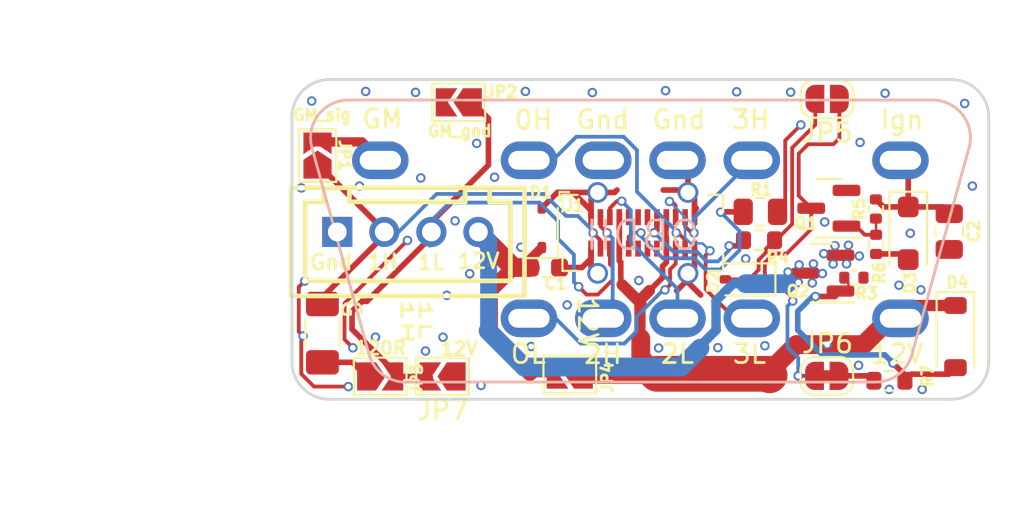
<source format=kicad_pcb>
(kicad_pcb (version 20240108) (generator "pcbnew") (generator_version "8.0")
  (layers (0 "F.Cu" signal) (31 "B.Cu" signal) (34 "B.Paste" user) (35 "F.Paste" user) (36 "B.SilkS" user "B.Silkscreen") (37 "F.SilkS" user "F.Silkscreen") (38 "B.Mask" user) (39 "F.Mask" user) (44 "Edge.Cuts" user))
  (net 0 "")
  (net 1 "GND")
  (net 2 "CAN0_H")
  (net 3 "CAN0_L")
  (net 4 "Net-(Q1-B)")
  (net 5 "IGN_12V")
  (net 6 "SBU1")
  (net 7 "SBU2")
  (net 8 "IGN")
  (net 12 "CAN1_L")
  (net 13 "CAN1_H")
  (net 14 "CAN2_H")
  (net 15 "CAN2_L")
  (net 19 "CAN3_L")
  (net 20 "CAN3_H")
  (net 21 "Net-(D2-K)")
  (net 22 "Net-(D2-A)")
  (net 23 "+12V")
  (net 24 "Net-(JP1-B)")
  (net 25 "Net-(JP3-A)")
  (net 26 "Net-(JP6-B)")
  (net 27 "Net-(D4-A)")
  (net 28 "Net-(JP7-A)")
  (footprint "Diode_SMD:D_SOD-123" (layer "F.Cu") (at 156.83 104.44 -90)
    (property "Reference" "D4")
    (property "Value" "11V")
  )
  (footprint "part:USB_C_Receptacle_GCT_USB4115-03-C" (layer "F.Cu") (at 140.21 98.93)
    (property "Reference" "J1")
    (property "Value" "USB Type-C")
  )
  (footprint "Resistor_SMD:R_1206_3216Metric_Pad1.30x1.75mm_HandSolder" (layer "F.Cu") (at 123.18 104.26 -90)
    (property "Reference" "R2" (hide yes))
    (property "Value" "120R" (hide yes))
  )
  (footprint "Capacitor_SMD:C_0603_1608Metric" (layer "F.Cu") (at 135.01 100.77)
    (property "Reference" "C1")
    (property "Value" "100n")
  )
  (footprint "Jumper:SolderJumper-2_P1.3mm_Open_TrianglePad1.0x1.5mm" (layer "F.Cu") (at 136.33 106.46 180)
    (property "Reference" "JP4")
    (property "Value" "12V")
  )
  (footprint "Jumper:SolderJumper-2_P1.3mm_Open_TrianglePad1.0x1.5mm" (layer "F.Cu") (at 129.57 106.56 180)
    (property "Reference" "JP7")
    (property "Value" "1L")
  )
  (footprint "Resistor_SMD:R_0402_1005Metric" (layer "F.Cu") (at 152.61 99.54 90)
    (property "Reference" "R6")
    (property "Value" "10K")
  )
  (footprint "Resistor_SMD:R_0603_1608Metric" (layer "F.Cu") (at 153.32 106.79)
    (property "Reference" "R7")
    (property "Value" "150")
  )
  (footprint "Resistor_SMD:R_0402_1005Metric" (layer "F.Cu") (at 151.43 101.31 180)
    (property "Reference" "R3")
    (property "Value" "10K")
  )
  (footprint "Jumper:SolderJumper-2_P1.3mm_Bridged_RoundedPad1.0x1.5mm" (layer "F.Cu") (at 149.99 106.53)
    (property "Reference" "JP6")
    (property "Value" "12V disconnect")
  )
  (footprint "Diode_SMD:D_SOD-323" (layer "F.Cu") (at 134.84 98.66 90)
    (property "Reference" "D1")
    (property "Value" "D_Schottky")
  )
  (footprint "Diode_SMD:D_SOD-323" (layer "F.Cu") (at 145.65 101.4 180)
    (property "Reference" "D2")
    (property "Value" "D_Schottky")
  )
  (footprint "Jumper:SolderJumper-2_P1.3mm_Open_RoundedPad1.0x1.5mm" (layer "F.Cu") (at 150.01 91.81 180)
    (property "Reference" "JP5")
    (property "Value" "D2_bypass")
  )
  (footprint "Resistor_SMD:R_0402_1005Metric" (layer "F.Cu") (at 152.6 97.66 90)
    (property "Reference" "R5")
    (property "Value" "10K")
  )
  (footprint "Capacitor_SMD:C_0805_2012Metric" (layer "F.Cu") (at 156.5 98.86 -90)
    (property "Reference" "C2")
    (property "Value" "470n")
  )
  (footprint "Jumper:SolderJumper-2_P1.3mm_Open_TrianglePad1.0x1.5mm" (layer "F.Cu") (at 126.25 106.56)
    (property "Reference" "JP3")
    (property "Value" "120R")
  )
  (footprint "Jumper:SolderJumper-2_P1.3mm_Open_TrianglePad1.0x1.5mm" (layer "F.Cu") (at 122.92 94.82 90)
    (property "Reference" "JP1")
    (property "Value" "GM_sig")
  )
  (footprint "Resistor_SMD:R_0805_2012Metric" (layer "F.Cu") (at 146.46 97.81 180)
    (property "Reference" "R1")
    (property "Value" "200R")
  )
  (footprint "Jumper:SolderJumper-2_P1.3mm_Open_TrianglePad1.0x1.5mm" (layer "F.Cu") (at 130.43 91.99 180)
    (property "Reference" "JP2")
    (property "Value" "GM_gnd")
  )
  (footprint "Resistor_SMD:R_0603_1608Metric" (layer "F.Cu") (at 146.39 99.32 180)
    (property "Reference" "R4")
    (property "Value" "1K")
  )
  (footprint "CONN-TH_B4B-XH-A-BK-LF-SN" (layer "F.Cu") (at 127.72 98.88)
    (property "Reference" "J2" (hide yes))
    (property "Value" "Conn_01x04_Socket")
  )
  (footprint "Package_TO_SOT_SMD:SOT-23" (layer "F.Cu") (at 150.1 97.62 180)
    (property "Reference" "Q1")
    (property "Value" "MMBT5551L")
  )
  (footprint "Diode_SMD:D_SOD-123F" (layer "F.Cu") (at 154.32 98.95 -90)
    (property "Reference" "D3")
    (property "Value" "SMBJ30CA")
  )
  (footprint "Package_TO_SOT_SMD:SOT-23" (layer "F.Cu") (at 149.78 101.07 180)
    (property "Reference" "Q2")
    (property "Value" "AO3401A")
  )
  (footprint "obd2c:OBDII" (layer "B.Cu") (at 140.0879 98.87)
    (property "Reference" "M1" (hide yes))
    (property "Value" "OBDII")
  )
  (gr_arc (start 158.6 105.775) (mid 158.014214 107.189214) (end 156.6 107.775) (stroke (width 0.15)) (layer "Edge.Cuts"))
  (gr_arc (start 156.6 90.775) (mid 158.014214 91.360786) (end 158.6 92.775) (stroke (width 0.15)) (layer "Edge.Cuts"))
  (gr_line (start 156.6 107.775) (end 123.56 107.775) (stroke (width 0.15)) (layer "Edge.Cuts"))
  (gr_arc (start 121.56 92.775) (mid 122.145786 91.360786) (end 123.56 90.775) (stroke (width 0.15)) (layer "Edge.Cuts"))
  (gr_line (start 121.56 105.775) (end 121.56 92.775) (stroke (width 0.15)) (layer "Edge.Cuts"))
  (gr_line (start 158.6 92.775) (end 158.6 105.775) (stroke (width 0.15)) (layer "Edge.Cuts"))
  (gr_arc (start 123.56 107.775) (mid 122.145786 107.189214) (end 121.56 105.775) (stroke (width 0.15)) (layer "Edge.Cuts"))
  (gr_line (start 123.56 90.775) (end 156.6 90.775) (stroke (width 0.15)) (layer "Edge.Cuts"))
  (gr_text "3L" (at 144.9 105.95 0) (layer "F.SilkS") (effects (font (size 1 1)) (justify left bottom)))
  (gr_text "1H" (at 127.32 102.35 270) (layer "F.SilkS") (effects (font (size 0.6 1.2)) (justify left bottom)))
  (gr_text "2H" (at 136.99 105.96 0) (layer "F.SilkS") (effects (font (size 1 1)) (justify left bottom)))
  (gr_text "12V" (at 130.28 100.89 0) (layer "F.SilkS") (effects (font (size 0.8 0.8)) (justify left bottom)))
  (gr_text "12V" (at 152.26 105.95 0) (layer "F.SilkS") (effects (font (size 1 1)) (justify left bottom)))
  (gr_text "12V" (at 130.45 105.09 0) (layer "F.SilkS") (effects (font (size 0.7 0.7))))
  (gr_text "Ign" (at 152.74 93.5 0) (layer "F.SilkS") (effects (font (size 1 1)) (justify left bottom)))
  (gr_text "GM" (at 125.2 93.45 0) (layer "F.SilkS") (effects (font (size 1 1)) (justify left bottom)))
  (gr_text "Gnd" (at 122.43 100.96 0) (layer "F.SilkS") (effects (font (size 0.8 0.8)) (justify left bottom)))
  (gr_text "G" (at 124.12 102.35 270) (layer "F.SilkS") (effects (font (size 1 1)) (justify left bottom)))
  (gr_text "1L" (at 128.29 102.38 270) (layer "F.SilkS") (effects (font (size 0.6 1.2)) (justify left bottom)))
  (gr_text "3H" (at 144.85 93.5 0) (layer "F.SilkS") (effects (font (size 1 1)) (justify left bottom)))
  (gr_text "2L" (at 141.07 105.95 0) (layer "F.SilkS") (effects (font (size 1 1)) (justify left bottom)))
  (gr_text "1L" (at 128.15 100.96 0) (layer "F.SilkS") (effects (font (size 0.8 0.8)) (justify left bottom)))
  (gr_text "OL" (at 133.1 105.95 0) (layer "F.SilkS") (effects (font (size 1 1)) (justify left bottom)))
  (gr_text "Gnd" (at 140.63 93.5 0) (layer "F.SilkS") (effects (font (size 1 1)) (justify left bottom)))
  (gr_text "Gnd" (at 136.58 93.5 0) (layer "F.SilkS") (effects (font (size 1 1)) (justify left bottom)))
  (gr_text "1H" (at 125.49 100.95 0) (layer "F.SilkS") (effects (font (size 0.8 0.8)) (justify left bottom)))
  (gr_text "0H" (at 133.3 93.51 0) (layer "F.SilkS") (effects (font (size 1 1)) (justify left bottom)))
  (segment (start 121.925 104.185) (end 122.15 104.41) (width 0.2) (layer "F.Cu") (net 1))
  (segment (start 142.48 96.65) (end 141.3 96.65) (width 0.3) (layer "F.Cu") (net 1))
  (segment (start 136.98 100.77) (end 135.785 100.77) (width 0.3) (layer "F.Cu") (net 1))
  (segment (start 137.46 98.095) (end 137.46 97.74) (width 0.3) (layer "F.Cu") (net 1))
  (segment (start 142.61 96.78) (end 142.61 95.62396) (width 0.3) (layer "F.Cu") (net 1))
  (segment (start 137.46 100.73) (end 137.46 99.765) (width 0.3) (layer "F.Cu") (net 1))
  (segment (start 121.925 101.805) (end 121.925 104.185) (width 0.2) (layer "F.Cu") (net 1))
  (segment (start 147.78 94.02) (end 147.78 97.4025) (width 0.2) (layer "F.Cu") (net 1))
  (segment (start 122.730966 107.1) (end 124.56 107.1) (width 0.2) (layer "F.Cu") (net 1))
  (segment (start 154.02 100.05) (end 154.32 100.35) (width 0.3) (layer "F.Cu") (net 1))
  (segment (start 142.96 97.13) (end 142.61 96.78) (width 0.3) (layer "F.Cu") (net 1))
  (segment (start 137.81 96.78) (end 137.46 97.13) (width 0.3) (layer "F.Cu") (net 1))
  (segment (start 122.055 104.505) (end 122.055 106.424034) (width 0.2) (layer "F.Cu") (net 1))
  (segment (start 122.15 104.41) (end 122.055 104.505) (width 0.2) (layer "F.Cu") (net 1))
  (segment (start 142.96 100.73) (end 142.96 99.765) (width 0.3) (layer "F.Cu") (net 1))
  (segment (start 142.61 101.41) (end 142.61 101.08) (width 0.3) (layer "F.Cu") (net 1))
  (segment (start 142.61 101.08) (end 142.61 101.555685) (width 0.3) (layer "F.Cu") (net 1))
  (segment (start 142.61 95.62396) (end 142.05626 95.07022) (width 0.3) (layer "F.Cu") (net 1))
  (segment (start 142.96 97.72) (end 143.055 97.625) (width 0.3) (layer "F.Cu") (net 1))
  (segment (start 152.61 100.05) (end 154.02 100.05) (width 0.3) (layer "F.Cu") (net 1))
  (segment (start 135.67 96.78) (end 134.84 97.61) (width 0.3) (layer "F.Cu") (net 1))
  (segment (start 142.96 98.095) (end 142.96 97.72) (width 0.3) (layer "F.Cu") (net 1))
  (segment (start 137.46 97.74) (end 136.5 96.78) (width 0.3) (layer "F.Cu") (net 1))
  (segment (start 124.356 102.674) (end 127.7 99.33) (width 0.2) (layer "F.Cu") (net 1))
  (segment (start 142.61 101.41) (end 142.01 102.01) (width 0.3) (layer "F.Cu") (net 1))
  (segment (start 142.61 101.555685) (end 143.287158 102.232843) (width 0.3) (layer "F.Cu") (net 1))
  (segment (start 137.81 96.78) (end 138.71 96.78) (width 0.3) (layer "F.Cu") (net 1))
  (segment (start 138.71 96.78) (end 138.84 96.65) (width 0.3) (layer "F.Cu") (net 1))
  (segment (start 148.61 93.19) (end 147.78 94.02) (width 0.2) (layer "F.Cu") (net 1))
  (segment (start 122.24 101.49) (end 121.925 101.805) (width 0.2) (layer "F.Cu") (net 1))
  (segment (start 137.46 100.29) (end 136.98 100.77) (width 0.3) (layer "F.Cu") (net 1))
  (segment (start 124.356 104.596) (end 124.356 102.674) (width 0.2) (layer "F.Cu") (net 1))
  (segment (start 122.055 106.424034) (end 122.730966 107.1) (width 0.2) (layer "F.Cu") (net 1))
  (segment (start 142.96 98.095) (end 142.96 97.13) (width 0.3) (layer "F.Cu") (net 1))
  (segment (start 142.61 101.08) (end 142.96 100.73) (width 0.3) (layer "F.Cu") (net 1))
  (segment (start 147.78 97.4025) (end 147.3725 97.81) (width 0.2) (layer "F.Cu") (net 1))
  (segment (start 137.81 101.08) (end 137.46 100.73) (width 0.3) (layer "F.Cu") (net 1))
  (segment (start 124.8 105.04) (end 124.356 104.596) (width 0.2) (layer "F.Cu") (net 1))
  (segment (start 137.46 99.765) (end 137.46 100.29) (width 0.3) (layer "F.Cu") (net 1))
  (segment (start 136.5 96.78) (end 135.67 96.78) (width 0.3) (layer "F.Cu") (net 1))
  (segment (start 137.81 96.78) (end 136.5 96.78) (width 0.3) (layer "F.Cu") (net 1))
  (segment (start 137.46 97.13) (end 137.46 98.095) (width 0.3) (layer "F.Cu") (net 1))
  (via (at 148.07 91.45) (size 0.5) (drill 0.3) (layers "F.Cu" "B.Cu") (net 1))
  (via (at 122.24 101.49) (size 0.5) (drill 0.3) (layers "F.Cu" "B.Cu") (net 1))
  (via (at 148.61 93.19) (size 0.5) (drill 0.3) (layers "F.Cu" "B.Cu") (net 1))
  (via (at 153.31 107.25) (size 0.5) (drill 0.3) (layers "F.Cu" "B.Cu") (net 1))
  (via (at 144.2 105.03) (size 0.5) (drill 0.3) (layers "F.Cu" "B.Cu") (net 1))
  (via (at 157.32 92.05) (size 0.5) (drill 0.3) (layers "F.Cu" "B.Cu") (net 1))
  (via (at 129.589725 104.473802) (size 0.5) (drill 0.3) (layers "F.Cu" "B.Cu") (net 1))
  (via (at 145.2 91.43) (size 0.5) (drill 0.3) (layers "F.Cu" "B.Cu") (net 1))
  (via (at 154.99 101.96) (size 0.5) (drill 0.3) (layers "F.Cu" "B.Cu") (net 1))
  (via (at 124.56 107.1) (size 0.5) (drill 0.3) (layers "F.Cu" "B.Cu") (net 1))
  (via (at 136.19 102.76) (size 0.5) (drill 0.3) (layers "F.Cu" "B.Cu") (net 1))
  (via (at 131.01 101.1) (size 0.5) (drill 0.3) (layers "F.Cu" "B.Cu") (net 1))
  (via (at 153.09 91.51) (size 0.5) (drill 0.3) (layers "F.Cu" "B.Cu") (net 1))
  (via (at 125.48 91.41) (size 0.5) (drill 0.3) (layers "F.Cu" "B.Cu") (net 1))
  (via (at 141.42 91.37) (size 0.5) (drill 0.3) (layers "F.Cu" "B.Cu") (net 1))
  (via (at 122.06 96.54) (size 0.5) (drill 0.3) (layers "F.Cu" "B.Cu") (net 1))
  (via (at 133.97 91.41) (size 0.5) (drill 0.3) (layers "F.Cu" "B.Cu") (net 1))
  (via (at 130.23 98.29) (size 0.5) (drill 0.3) (layers "F.Cu" "B.Cu") (net 1))
  (via (at 128.13 91.46) (size 0.5) (drill 0.3) (layers "F.Cu" "B.Cu") (net 1))
  (via (at 129.79 102.25) (size 0.5) (drill 0.3) (layers "F.Cu" "B.Cu") (net 1))
  (via (at 154.43 98.95) (size 0.5) (drill 0.3) (layers "F.Cu" "B.Cu") (net 1))
  (via (at 127.7 99.33) (size 0.5) (drill 0.3) (layers "F.Cu" "B.Cu") (net 1))
  (via (at 155.06 107.25) (size 0.5) (drill 0.3) (layers "F.Cu" "B.Cu") (net 1))
  (via (at 134.27 104.97) (size 0.5) (drill 0.3) (layers "F.Cu" "B.Cu") (net 1))
  (via (at 140 101.46) (size 0.5) (drill 0.3) (layers "F.Cu" "B.Cu") (net 1))
  (via (at 126 104.47378) (size 0.5) (drill 0.3) (layers "F.Cu" "B.Cu") (net 1))
  (via (at 145.68 100.31) (size 0.5) (drill 0.3) (layers "F.Cu" "B.Cu") (net 1))
  (via (at 141.05 105.05) (size 0.5) (drill 0.3) (layers "F.Cu" "B.Cu") (net 1))
  (via (at 151.68 105.97) (size 0.5) (drill 0.3) (layers "F.Cu" "B.Cu") (net 1))
  (via (at 122.15 104.41) (size 0.5) (drill 0.3) (layers "F.Cu" "B.Cu") (net 1))
  (via (at 125.15 96.44) (size 0.5) (drill 0.3) (layers "F.Cu" "B.Cu") (net 1))
  (via (at 157.73 96.44) (size 0.5) (drill 0.3) (layers "F.Cu" "B.Cu") (net 1))
  (via (at 149.88 98.35) (size 0.5) (drill 0.3) (layers "F.Cu" "B.Cu") (net 1))
  (via (at 128.66 105.21) (size 0.5) (drill 0.3) (layers "F.Cu" "B.Cu") (net 1))
  (via (at 146.7 104.93) (size 0.5) (drill 0.3) (layers "F.Cu" "B.Cu") (net 1))
  (via (at 124.8 105.04) (size 0.5) (drill 0.3) (layers "F.Cu" "B.Cu") (net 1))
  (via (at 122.61 91.92) (size 0.5) (drill 0.3) (layers "F.Cu" "B.Cu") (net 1))
  (via (at 151.76 94.12) (size 0.5) (drill 0.3) (layers "F.Cu" "B.Cu") (net 1))
  (via (at 132.33 95.97) (size 0.5) (drill 0.3) (layers "F.Cu" "B.Cu") (net 1))
  (via (at 133.73 99.69) (size 0.5) (drill 0.3) (layers "F.Cu" "B.Cu") (net 1))
  (via (at 128.41 96.01) (size 0.5) (drill 0.3) (layers "F.Cu" "B.Cu") (net 1))
  (via (at 137.53 91.47) (size 0.5) (drill 0.3) (layers "F.Cu" "B.Cu") (net 1))
  (via (at 131.61 107.04) (size 0.5) (drill 0.3) (layers "F.Cu" "B.Cu") (net 1))
  (via (at 131.38 94.17) (size 0.5) (drill 0.3) (layers "F.Cu" "B.Cu") (net 1))
  (segment (start 142.46 100.055) (end 142.43 100.085) (width 0.13) (layer "F.Cu") (net 2))
  (segment (start 142.46 99.765) (end 142.46 99.3) (width 0.2) (layer "F.Cu") (net 2))
  (segment (start 142.46 99.3) (end 142.09 98.93) (width 0.2) (layer "F.Cu") (net 2))
  (via (at 141.99 98.93) (size 0.5) (drill 0.3) (layers "F.Cu" "B.Cu") (net 2))
  (segment (start 139.9 94.53) (end 139.19 93.82) (width 0.2) (layer "B.Cu") (net 2))
  (segment (start 134.15572 95.07022) (end 134.1555 95.07) (width 0.2) (layer "B.Cu") (net 2))
  (segment (start 141.99 98.83) (end 139.9 96.74) (width 0.2) (layer "B.Cu") (net 2))
  (segment (start 134.1594 95.07022) (end 134.15572 95.07022) (width 0.2) (layer "B.Cu") (net 2))
  (segment (start 135.41978 95.07022) (end 134.1594 95.07022) (width 0.2) (layer "B.Cu") (net 2))
  (segment (start 136.67 93.82) (end 135.41978 95.07022) (width 0.2) (layer "B.Cu") (net 2))
  (segment (start 139.9 96.74) (end 139.9 94.53) (width 0.2) (layer "B.Cu") (net 2))
  (segment (start 141.99 98.93) (end 141.99 98.83) (width 0.2) (layer "B.Cu") (net 2))
  (segment (start 139.19 93.82) (end 136.67 93.82) (width 0.2) (layer "B.Cu") (net 2))
  (segment (start 141.39 101.96) (end 141.66 101.69) (width 0.2) (layer "F.Cu") (net 3))
  (segment (start 141.66 101.69) (end 141.66 100.87) (width 0.2) (layer "F.Cu") (net 3))
  (segment (start 141.96 100.57) (end 141.96 99.765) (width 0.2) (layer "F.Cu") (net 3))
  (segment (start 141.66 100.87) (end 141.96 100.57) (width 0.2) (layer "F.Cu") (net 3))
  (via (at 141.39 101.96) (size 0.5) (drill 0.3) (layers "F.Cu" "B.Cu") (net 3))
  (segment (start 135.56978 103.46978) (end 134.1555 103.46978) (width 0.2) (layer "B.Cu") (net 3))
  (segment (start 139.88 103.378493) (end 139.88 104.16) (width 0.2) (layer "B.Cu") (net 3))
  (segment (start 139.23 104.81) (end 136.91 104.81) (width 0.2) (layer "B.Cu") (net 3))
  (segment (start 141.298493 101.96) (end 139.88 103.378493) (width 0.2) (layer "B.Cu") (net 3))
  (segment (start 136.91 104.81) (end 135.56978 103.46978) (width 0.2) (layer "B.Cu") (net 3))
  (segment (start 141.39 101.96) (end 141.298493 101.96) (width 0.2) (layer "B.Cu") (net 3))
  (segment (start 139.88 104.16) (end 139.23 104.81) (width 0.2) (layer "B.Cu") (net 3))
  (segment (start 152.61 98.18) (end 152.61 99.03) (width 0.13) (layer "F.Cu") (net 4))
  (segment (start 152.01 99.03) (end 151.55 98.57) (width 0.2) (layer "F.Cu") (net 4))
  (segment (start 152.61 99.03) (end 152.01 99.03) (width 0.2) (layer "F.Cu") (net 4))
  (segment (start 152.6 98.17) (end 152.61 98.18) (width 0.13) (layer "F.Cu") (net 4))
  (segment (start 151.55 98.57) (end 151.0375 98.57) (width 0.2) (layer "F.Cu") (net 4))
  (segment (start 134.285 100.265) (end 134.285 100.72) (width 0.5) (layer "F.Cu") (net 5))
  (segment (start 133.360064 100.77) (end 134.235 100.77) (width 1) (layer "F.Cu") (net 5))
  (segment (start 131.470064 98.88) (end 133.360064 100.77) (width 1) (layer "F.Cu") (net 5))
  (segment (start 134.285 100.72) (end 134.235 100.77) (width 0.5) (layer "F.Cu") (net 5))
  (segment (start 134.27 106.46) (end 135.605 106.46) (width 0.3) (layer "F.Cu") (net 5))
  (segment (start 131.470064 99.098514) (end 131.470064 98.88) (width 0.8) (layer "F.Cu") (net 5))
  (segment (start 132.1094 104.2994) (end 132.1094 101.9906) (width 0.8) (layer "F.Cu") (net 5))
  (segment (start 134.21 106.4) (end 132.1094 104.2994) (width 0.8) (layer "F.Cu") (net 5))
  (segment (start 133.235775 100.864225) (end 131.470064 99.098514) (width 0.8) (layer "F.Cu") (net 5))
  (segment (start 134.84 99.71) (end 134.285 100.265) (width 0.5) (layer "F.Cu") (net 5))
  (segment (start 134.21 106.4) (end 134.27 106.46) (width 0.3) (layer "F.Cu") (net 5))
  (segment (start 132.1094 101.9906) (end 133.235775 100.864225) (width 0.8) (layer "F.Cu") (net 5))
  (via (at 149.76 101.09) (size 0.5) (drill 0.3) (layers "F.Cu" "B.Cu") (net 5))
  (via (at 147.93 101.01) (size 0.5) (drill 0.3) (layers "F.Cu" "B.Cu") (net 5))
  (via (at 149.28 100.58) (size 0.5) (drill 0.3) (layers "F.Cu" "B.Cu") (net 5))
  (via (at 148.52 100.63) (size 0.5) (drill 0.3) (layers "F.Cu" "B.Cu") (net 5))
  (via (at 149.22 101.59) (size 0.5) (drill 0.3) (layers "F.Cu" "B.Cu") (net 5))
  (via (at 148.48 101.57) (size 0.5) (drill 0.3) (layers "F.Cu" "B.Cu") (net 5))
  (segment (start 133.912268 106.06) (end 142.25 106.06) (width 1) (layer "B.Cu") (net 5))
  (segment (start 144.549194 102.089194) (end 144.10206 102.536328) (width 0.5) (layer "B.Cu") (net 5))
  (segment (start 143.25 104.95) (end 143.25 105.06) (width 0.5) (layer "B.Cu") (net 5))
  (segment (start 145.67 101.63) (end 147.88 101.63) (width 1) (layer "B.Cu") (net 5))
  (segment (start 144.10206 102.536328) (end 144.10206 104.08206) (width 0.5) (layer "B.Cu") (net 5))
  (segment (start 144.549194 102.089194) (end 145.008388 101.63) (width 0.5) (layer "B.Cu") (net 5))
  (segment (start 147.88 101.63) (end 147.93 101.58) (width 1) (layer "B.Cu") (net 5))
  (segment (start 145.008388 101.63) (end 145.67 101.63) (width 0.5) (layer "B.Cu") (net 5))
  (segment (start 144.11 104.09) (end 143.25 104.95) (width 0.5) (layer "B.Cu") (net 5))
  (segment (start 131.99 104.137732) (end 133.912268 106.06) (width 1) (layer "B.Cu") (net 5))
  (segment (start 132.0137 99.423636) (end 131.99 99.399936) (width 0.9) (layer "B.Cu") (net 5))
  (segment (start 131.99 99.399936) (end 131.470064 98.88) (width 1) (layer "B.Cu") (net 5))
  (segment (start 132.0137 104.114032) (end 132.0137 99.423636) (width 0.9) (layer "B.Cu") (net 5))
  (segment (start 144.10206 104.08206) (end 144.11 104.09) (width 0.5) (layer "B.Cu") (net 5))
  (segment (start 131.99 104.137732) (end 132.0137 104.114032) (width 0.9) (layer "B.Cu") (net 5))
  (segment (start 142.25 106.06) (end 143.25 105.06) (width 1) (layer "B.Cu") (net 5))
  (segment (start 145.5475 97.81) (end 144.37 97.81) (width 0.3) (layer "F.Cu") (net 6))
  (segment (start 140.11 98.92) (end 139.68 98.92) (width 0.2) (layer "F.Cu") (net 6))
  (segment (start 139.46 99.14) (end 139.46 99.765) (width 0.2) (layer "F.Cu") (net 6))
  (segment (start 144.37 97.81) (end 144.35 97.83) (width 0.3) (layer "F.Cu") (net 6))
  (segment (start 139.68 98.92) (end 139.46 99.14) (width 0.2) (layer "F.Cu") (net 6))
  (via (at 140.11 98.93) (size 0.5) (drill 0.3) (layers "F.Cu" "B.Cu") (net 6))
  (via (at 144.35 97.83) (size 0.5) (drill 0.3) (layers "F.Cu" "B.Cu") (net 6))
  (segment (start 144.35 97.83) (end 145.354 98.834) (width 0.2) (layer "B.Cu") (net 6))
  (segment (start 143.531371 100.87) (end 142.941371 100.28) (width 0.2) (layer "B.Cu") (net 6))
  (segment (start 145.354 99.849475) (end 144.333475 100.87) (width 0.2) (layer "B.Cu") (net 6))
  (segment (start 140.11 99.11) (end 140.11 98.92) (width 0.2) (layer "B.Cu") (net 6))
  (segment (start 142.941371 100.28) (end 141.28 100.28) (width 0.2) (layer "B.Cu") (net 6))
  (segment (start 141.28 100.28) (end 140.11 99.11) (width 0.2) (layer "B.Cu") (net 6))
  (segment (start 144.333475 100.87) (end 143.531371 100.87) (width 0.2) (layer "B.Cu") (net 6))
  (segment (start 145.354 98.834) (end 145.354 99.849475) (width 0.2) (layer "B.Cu") (net 6))
  (segment (start 140.96 98.095) (end 140.96 98.78) (width 0.3) (layer "F.Cu") (net 7))
  (segment (start 140.96 98.78) (end 140.82 98.92) (width 0.3) (layer "F.Cu") (net 7))
  (segment (start 144.8 99.62) (end 145.265 99.62) (width 0.3) (layer "F.Cu") (net 7))
  (segment (start 145.265 99.62) (end 145.565 99.32) (width 0.3) (layer "F.Cu") (net 7))
  (via (at 140.82 98.92) (size 0.5) (drill 0.3) (layers "F.Cu" "B.Cu") (net 7))
  (via (at 144.8 99.62) (size 0.5) (drill 0.3) (layers "F.Cu" "B.Cu") (net 7))
  (segment (start 144.8 99.85) (end 144.8 99.62) (width 0.2) (layer "B.Cu") (net 7))
  (segment (start 140.82 98.92) (end 141.83 99.93) (width 0.2) (layer "B.Cu") (net 7))
  (segment (start 143.596345 100.44) (end 144.21 100.44) (width 0.2) (layer "B.Cu") (net 7))
  (segment (start 141.83 99.93) (end 143.086345 99.93) (width 0.2) (layer "B.Cu") (net 7))
  (segment (start 144.21 100.44) (end 144.8 99.85) (width 0.2) (layer "B.Cu") (net 7))
  (segment (start 143.086345 99.93) (end 143.596345 100.44) (width 0.2) (layer "B.Cu") (net 7))
  (segment (start 154.32 97.55) (end 156.14 97.55) (width 0.3) (layer "F.Cu") (net 8))
  (segment (start 154.32 97.55) (end 154.32 95.486) (width 0.3) (layer "F.Cu") (net 8))
  (segment (start 154.32 95.486) (end 153.904 95.07) (width 0.3) (layer "F.Cu") (net 8))
  (segment (start 152.6 97.15) (end 153 97.55) (width 0.3) (layer "F.Cu") (net 8))
  (segment (start 153 97.55) (end 154.32 97.55) (width 0.3) (layer "F.Cu") (net 8))
  (segment (start 156.14 97.55) (end 156.5 97.91) (width 0.3) (layer "F.Cu") (net 8))
  (segment (start 126.975 106.56) (end 128.875 106.56) (width 0.3) (layer "F.Cu") (net 12))
  (segment (start 126.975 106.271525) (end 124.756 104.052525) (width 0.3) (layer "F.Cu") (net 12))
  (segment (start 128.969936 99.140064) (end 128.969936 98.88) (width 0.3) (layer "F.Cu") (net 12))
  (segment (start 132.0058 95.327675) (end 128.969936 98.363539) (width 0.3) (layer "F.Cu") (net 12))
  (segment (start 124.756 103.095551) (end 125.285551 102.566) (width 0.3) (layer "F.Cu") (net 12))
  (segment (start 137.22 102.21) (end 136.8 101.79) (width 0.2) (layer "F.Cu") (net 12))
  (segment (start 126.975 106.56) (end 126.975 106.271525) (width 0.3) (layer "F.Cu") (net 12))
  (segment (start 132.0058 92.8408) (end 132.0058 95.327675) (width 0.3) (layer "F.Cu") (net 12))
  (segment (start 125.544 102.566) (end 128.969936 99.140064) (width 0.3) (layer "F.Cu") (net 12))
  (segment (start 128.899936 99.609936) (end 128.899936 98.95) (width 0.2) (layer "F.Cu") (net 12))
  (segment (start 131.155 91.99) (end 132.0058 92.8408) (width 0.3) (layer "F.Cu") (net 12))
  (segment (start 137.82 102.21) (end 137.22 102.21) (width 0.2) (layer "F.Cu") (net 12))
  (segment (start 124.756 104.052525) (end 124.756 103.095551) (width 0.3) (layer "F.Cu") (net 12))
  (segment (start 128.969936 98.363539) (end 128.969936 98.88) (width 0.3) (layer "F.Cu") (net 12))
  (segment (start 138.61 100.748629) (end 138.46 100.598629) (width 0.2) (layer "F.Cu") (net 12))
  (segment (start 125.285551 102.566) (end 125.544 102.566) (width 0.3) (layer "F.Cu") (net 12))
  (segment (start 138.46 100.598629) (end 138.46 99.765) (width 0.2) (layer "F.Cu") (net 12))
  (segment (start 137.82 102.21) (end 138.61 101.42) (width 0.2) (layer "F.Cu") (net 12))
  (segment (start 128.875 106.56) (end 128.915 106.6) (width 0.3) (layer "F.Cu") (net 12))
  (segment (start 138.61 101.42) (end 138.61 100.748629) (width 0.2) (layer "F.Cu") (net 12))
  (segment (start 128.899936 98.95) (end 128.969936 98.88) (width 0.2) (layer "F.Cu") (net 12))
  (via (at 136.8 101.79) (size 0.5) (drill 0.3) (layers "F.Cu" "B.Cu") (net 12))
  (segment (start 136.8 101.79) (end 136.55 101.54) (width 0.2) (layer "B.Cu") (net 12))
  (segment (start 136.55 101.54) (end 136.55 100.086317) (width 0.2) (layer "B.Cu") (net 12))
  (segment (start 135.706 98.306) (end 134.72 97.32) (width 0.2) (layer "B.Cu") (net 12))
  (segment (start 129.98 97.32) (end 128.969936 98.330064) (width 0.2) (layer "B.Cu") (net 12))
  (segment (start 135.706 99.242317) (end 135.706 98.306) (width 0.2) (layer "B.Cu") (net 12))
  (segment (start 134.72 97.32) (end 129.98 97.32) (width 0.2) (layer "B.Cu") (net 12))
  (segment (start 128.969936 98.330064) (end 128.969936 98.88) (width 0.2) (layer "B.Cu") (net 12))
  (segment (start 136.55 100.086317) (end 135.706 99.242317) (width 0.2) (layer "B.Cu") (net 12))
  (segment (start 123.18 102.71) (end 123.18 102.35) (width 0.3) (layer "F.Cu") (net 13))
  (segment (start 126.470064 98.81) (end 126.470064 98.88) (width 0.3) (layer "F.Cu") (net 13))
  (segment (start 122.92 95.545) (end 123.205064 95.545) (width 0.3) (layer "F.Cu") (net 13))
  (segment (start 137.96 99.765) (end 137.96 99.325) (width 0.2) (layer "F.Cu") (net 13))
  (segment (start 126.470064 99.059936) (end 126.470064 98.88) (width 0.3) (layer "F.Cu") (net 13))
  (segment (start 137.96 99.325) (end 137.58 98.945) (width 0.2) (layer "F.Cu") (net 13))
  (segment (start 123.18 102.35) (end 126.470064 99.059936) (width 0.3) (layer "F.Cu") (net 13))
  (segment (start 123.205064 95.545) (end 126.470064 98.81) (width 0.3) (layer "F.Cu") (net 13))
  (segment (start 137.58 98.945) (end 137.56 98.945) (width 0.2) (layer "F.Cu") (net 13))
  (via (at 137.57 98.935) (size 0.5) (drill 0.3) (layers "F.Cu" "B.Cu") (net 13))
  (segment (start 136.13 98.03) (end 134.96 96.86) (width 0.2) (layer "B.Cu") (net 13))
  (segment (start 137.57 98.935) (end 137.57 98.84) (width 0.2) (layer "B.Cu") (net 13))
  (segment (start 134.96 96.86) (end 129.25 96.86) (width 0.2) (layer "B.Cu") (net 13))
  (segment (start 129.25 96.86) (end 127.23 98.88) (width 0.2) (layer "B.Cu") (net 13))
  (segment (start 127.23 98.88) (end 126.470064 98.88) (width 0.2) (layer "B.Cu") (net 13))
  (segment (start 136.76 98.03) (end 136.13 98.03) (width 0.2) (layer "B.Cu") (net 13))
  (segment (start 137.57 98.84) (end 136.76 98.03) (width 0.2) (layer "B.Cu") (net 13))
  (segment (start 137.96 98.575) (end 138.31 98.925) (width 0.2) (layer "F.Cu") (net 14))
  (segment (start 137.96 98.095) (end 137.96 98.575) (width 0.2) (layer "F.Cu") (net 14))
  (via (at 138.31 98.925) (size 0.5) (drill 0.3) (layers "F.Cu" "B.Cu") (net 14))
  (segment (start 138.1052 103.46978) (end 138.61 102.96498) (width 0.2) (layer "B.Cu") (net 14))
  (segment (start 138.61 102.96498) (end 138.61 99.225) (width 0.2) (layer "B.Cu") (net 14))
  (segment (start 138.61 99.225) (end 138.31 98.925) (width 0.2) (layer "B.Cu") (net 14))
  (segment (start 138.83 97.245) (end 138.46 97.615) (width 0.2) (layer "F.Cu") (net 15))
  (segment (start 138.46 97.615) (end 138.46 98.095) (width 0.2) (layer "F.Cu") (net 15))
  (segment (start 139.09 97.245) (end 138.83 97.245) (width 0.2) (layer "F.Cu") (net 15))
  (via (at 139.09 97.245) (size 0.5) (drill 0.3) (layers "F.Cu" "B.Cu") (net 15))
  (segment (start 142.05236 101.90236) (end 142.05236 103.46978) (width 0.2) (layer "B.Cu") (net 15))
  (segment (start 139.57 97.725) (end 139.57 99.42) (width 0.2) (layer "B.Cu") (net 15))
  (segment (start 139.57 99.42) (end 142.05236 101.90236) (width 0.2) (layer "B.Cu") (net 15))
  (segment (start 139.09 97.245) (end 139.57 97.725) (width 0.2) (layer "B.Cu") (net 15))
  (segment (start 141.63 97.26) (end 141.75 97.26) (width 0.2) (layer "F.Cu") (net 19))
  (segment (start 143.55 101.93) (end 143.55 100.11) (width 0.2) (layer "F.Cu") (net 19))
  (segment (start 141.75 97.26) (end 141.96 97.47) (width 0.2) (layer "F.Cu") (net 19))
  (segment (start 141.96 97.47) (end 141.96 98.095) (width 0.2) (layer "F.Cu") (net 19))
  (segment (start 146.00206 103.46978) (end 145.08978 103.46978) (width 0.2) (layer "F.Cu") (net 19))
  (segment (start 143.55 100.11) (end 143.78 99.88) (width 0.2) (layer "F.Cu") (net 19))
  (segment (start 145.08978 103.46978) (end 143.55 101.93) (width 0.2) (layer "F.Cu") (net 19))
  (via (at 143.78 99.88) (size 0.5) (drill 0.3) (layers "F.Cu" "B.Cu") (net 19))
  (via (at 141.63 97.26) (size 0.5) (drill 0.3) (layers "F.Cu" "B.Cu") (net 19))
  (segment (start 142.459 98.089) (end 142.459 99.189) (width 0.13) (layer "B.Cu") (net 19))
  (segment (start 142.76 99.49) (end 143.39 99.49) (width 0.13) (layer "B.Cu") (net 19))
  (segment (start 141.63 97.26) (end 142.459 98.089) (width 0.13) (layer "B.Cu") (net 19))
  (segment (start 142.459 99.189) (end 142.76 99.49) (width 0.13) (layer "B.Cu") (net 19))
  (segment (start 143.39 99.49) (end 143.78 99.88) (width 0.13) (layer "B.Cu") (net 19))
  (segment (start 142.802764 98.93) (end 142.46 98.587236) (width 0.2) (layer "F.Cu") (net 20))
  (segment (start 142.93 98.93) (end 142.802764 98.93) (width 0.2) (layer "F.Cu") (net 20))
  (segment (start 142.46 98.587236) (end 142.46 98.095) (width 0.2) (layer "F.Cu") (net 20))
  (via (at 142.93 98.93) (size 0.5) (drill 0.3) (layers "F.Cu" "B.Cu") (net 20))
  (segment (start 142.93 98.14618) (end 146.00596 95.07022) (width 0.2) (layer "B.Cu") (net 20))
  (segment (start 146.00574 95.07) (end 146.00206 95.07) (width 0.2) (layer "B.Cu") (net 20))
  (segment (start 146.00596 95.07022) (end 146.00574 95.07) (width 0.2) (layer "B.Cu") (net 20))
  (segment (start 142.93 98.93) (end 142.93 98.14618) (width 0.2) (layer "B.Cu") (net 20))
  (segment (start 149.1625 98.7275) (end 149.1625 97.62) (width 0.2) (layer "F.Cu") (net 21))
  (segment (start 146.870219 101.76) (end 146.7 101.589781) (width 0.2) (layer "F.Cu") (net 21))
  (segment (start 148.18 102.39) (end 147.55 101.76) (width 0.2) (layer "F.Cu") (net 21))
  (segment (start 147.55 101.76) (end 146.870219 101.76) (width 0.2) (layer "F.Cu") (net 21))
  (segment (start 146.7 101.4) (end 146.7 100.5) (width 0.2) (layer "F.Cu") (net 21))
  (segment (start 148.5 94.718142) (end 149.001922 94.21622) (width 0.2) (layer "F.Cu") (net 21))
  (segment (start 147.17 100.03) (end 147.86 100.03) (width 0.2) (layer "F.Cu") (net 21))
  (segment (start 148.5 96.9575) (end 148.5 94.718142) (width 0.2) (layer "F.Cu") (net 21))
  (segment (start 147.86 100.03) (end 149.1625 98.7275) (width 0.2) (layer "F.Cu") (net 21))
  (segment (start 149.1625 97.62) (end 148.5 96.9575) (width 0.2) (layer "F.Cu") (net 21))
  (segment (start 149.001922 94.21622) (end 150.34378 94.21622) (width 0.2) (layer "F.Cu") (net 21))
  (segment (start 150.34378 94.21622) (end 150.66 93.9) (width 0.2) (layer "F.Cu") (net 21))
  (segment (start 148.47 106.53) (end 149.34 106.53) (width 0.2) (layer "F.Cu") (net 21))
  (segment (start 150.66 93.9) (end 150.66 91.81) (width 0.2) (layer "F.Cu") (net 21))
  (segment (start 146.7 101.589781) (end 146.7 101.4) (width 0.2) (layer "F.Cu") (net 21))
  (segment (start 148.18 102.55) (end 148.18 102.39) (width 0.2) (layer "F.Cu") (net 21))
  (segment (start 146.7 100.5) (end 147.17 100.03) (width 0.2) (layer "F.Cu") (net 21))
  (via (at 148.47 106.53) (size 0.5) (drill 0.3) (layers "F.Cu" "B.Cu") (net 21))
  (via (at 148.18 102.55) (size 0.5) (drill 0.3) (layers "F.Cu" "B.Cu") (net 21))
  (segment (start 147.9 105.01) (end 148.47 105.58) (width 0.2) (layer "B.Cu") (net 21))
  (segment (start 148.18 102.55) (end 147.9 102.83) (width 0.2) (layer "B.Cu") (net 21))
  (segment (start 147.9 102.83) (end 147.9 105.01) (width 0.2) (layer "B.Cu") (net 21))
  (segment (start 148.47 105.58) (end 148.47 106.53) (width 0.2) (layer "B.Cu") (net 21))
  (segment (start 147.289034 99.32) (end 147.215 99.32) (width 0.2) (layer "F.Cu") (net 22))
  (segment (start 146.75 99.785) (end 146.75 99.98331) (width 0.2) (layer "F.Cu") (net 22))
  (segment (start 145.86 101.4) (end 144.6 101.4) (width 0.2) (layer "F.Cu") (net 22))
  (segment (start 146.75 99.98331) (end 146.37 100.36331) (width 0.2) (layer "F.Cu") (net 22))
  (segment (start 149.38 91.905) (end 149.38 93.18) (width 0.2) (layer "F.Cu") (net 22))
  (segment (start 146.370001 100.636691) (end 146.37 100.89) (width 0.2) (layer "F.Cu") (net 22))
  (segment (start 149.285 91.81) (end 149.38 91.905) (width 0.2) (layer "F.Cu") (net 22))
  (segment (start 148.15 98.459034) (end 147.289034 99.32) (width 0.2) (layer "F.Cu") (net 22))
  (segment (start 148.15 94.41) (end 148.15 98.459034) (width 0.2) (layer "F.Cu") (net 22))
  (segment (start 149.38 93.18) (end 148.15 94.41) (width 0.2) (layer "F.Cu") (net 22))
  (segment (start 147.215 99.32) (end 146.75 99.785) (width 0.2) (layer "F.Cu") (net 22))
  (segment (start 146.37 100.36331) (end 146.370001 100.636691) (width 0.2) (layer "F.Cu") (net 22))
  (segment (start 146.37 100.89) (end 145.86 101.4) (width 0.2) (layer "F.Cu") (net 22))
  (segment (start 140.96236 106.42) (end 146.87 106.42) (width 1.9) (layer "F.Cu") (net 23))
  (segment (start 140.10236 104.54) (end 140.0591 104.49674) (width 0.6) (layer "F.Cu") (net 23))
  (segment (start 140.0591 102.797535) (end 140.10236 102.754275) (width 0.6) (layer "F.Cu") (net 23))
  (segment (start 148.37331 104.86824) (end 151.95176 104.86824) (width 1) (layer "F.Cu") (net 23))
  (segment (start 140.96236 106.42) (end 140.10236 105.56) (width 1) (layer "F.Cu") (net 23))
  (segment (start 137.055 106.46) (end 140.92236 106.46) (width 1) (layer "F.Cu") (net 23))
  (segment (start 141.46 98.676525) (end 141.46 98.095) (width 0.3) (layer "F.Cu") (net 23))
  (segment (start 141.46 99.183475) (end 141.436 99.159475) (width 0.3) (layer "F.Cu") (net 23))
  (segment (start 141.26 101.306525) (end 141.26 100.704315) (width 0.3) (layer "F.Cu") (net 23))
  (segment (start 154.5879 102.79) (end 153.9079 103.47) (width 0.6) (layer "F.Cu") (net 23))
  (segment (start 140.56 102) (end 140.566525 102) (width 0.3) (layer "F.Cu") (net 23))
  (segment (start 139.04 100.49) (end 138.96 100.41) (width 0.3) (layer "F.Cu") (net 23))
  (segment (start 146.95 106.5) (end 146.95 106.29155) (width 1) (layer "F.Cu") (net 23))
  (segment (start 139.04 101.611915) (end 139.04 100.49) (width 0.3) (layer "F.Cu") (net 23))
  (segment (start 146.95 106.29155) (end 148.37331 104.86824) (width 1) (layer "F.Cu") (net 23))
  (segment (start 153.35022 103.46978) (end 153.904 103.46978) (width 1) (layer "F.Cu") (net 23))
  (segment (start 140.10236 102.45764) (end 140.10236 102.674275) (width 0.6) (layer "F.Cu") (net 23))
  (segment (start 140.10236 102.674275) (end 139.113637 101.685552) (width 0.6) (layer "F.Cu") (net 23))
  (segment (start 156.83 102.79) (end 154.5879 102.79) (width 0.6) (layer "F.Cu") (net 23))
  (segment (start 140.56 102) (end 140.10236 102.45764) (width 0.6) (layer "F.Cu") (net 23))
  (segment (start 138.96 100.41) (end 138.96 99.765) (width 0.3) (layer "F.Cu") (net 23))
  (segment (start 140.10236 105.56) (end 140.10236 104.54) (width 1) (layer "F.Cu") (net 23))
  (segment (start 146.87 106.42) (end 146.95 106.5) (width 1.9) (layer "F.Cu") (net 23))
  (segment (start 138.96 99.765) (end 138.96 98.095) (width 0.3) (layer "F.Cu") (net 23))
  (segment (start 141.436 98.700525) (end 141.46 98.676525) (width 0.3) (layer "F.Cu") (net 23))
  (segment (start 140.566525 102) (end 141.26 101.306525) (width 0.3) (layer "F.Cu") (net 23))
  (segment (start 140.0591 104.49674) (end 140.0591 102.797535) (width 0.6) (layer "F.Cu") (net 23))
  (segment (start 151.95176 104.86824) (end 153.35022 103.46978) (width 1) (layer "F.Cu") (net 23))
  (segment (start 141.46 100.504314) (end 141.46 99.183475) (width 0.3) (layer "F.Cu") (net 23))
  (segment (start 141.26 100.704315) (end 141.46 100.504314) (width 0.3) (layer "F.Cu") (net 23))
  (segment (start 140.92236 106.46) (end 140.96236 106.42) (width 1) (layer "F.Cu") (net 23))
  (segment (start 141.436 99.159475) (end 141.436 98.700525) (width 0.3) (layer "F.Cu") (net 23))
  (via (at 150.430087 99.615603) (size 0.5) (drill 0.3) (layers "F.Cu" "B.Cu") (net 23))
  (via (at 149.830087 100.035603) (size 0.5) (drill 0.3) (layers "F.Cu" "B.Cu") (net 23))
  (via (at 150.01 104.86824) (size 0.5) (drill 0.3) (layers "F.Cu" "B.Cu") (net 23))
  (via (at 150.330087 100.585603) (size 0.5) (drill 0.3) (layers "F.Cu" "B.Cu") (net 23))
  (via (at 153.83 101.71) (size 0.5) (drill 0.3) (layers "F.Cu" "B.Cu") (net 23))
  (via (at 151.040087 100.575603) (size 0.5) (drill 0.3) (layers "F.Cu" "B.Cu") (net 23))
  (via (at 151.72 100.16) (size 0.5) (drill 0.3) (layers "F.Cu" "B.Cu") (net 23))
  (via (at 151.140087 99.585603) (size 0.5) (drill 0.3) (layers "F.Cu" "B.Cu") (net 23))
  (segment (start 125.2811 94.095) (end 125.775 94.5889) (width 0.5) (layer "F.Cu") (net 24))
  (segment (start 125.775 94.5889) (end 126.2561 95.07) (width 0.3) (layer "F.Cu") (net 24))
  (segment (start 122.92 94.095) (end 125.2811 94.095) (width 0.5) (layer "F.Cu") (net 24))
  (segment (start 123.18 105.81) (end 124.775 105.81) (width 0.3) (layer "F.Cu") (net 25))
  (segment (start 124.775 105.81) (end 125.525 106.56) (width 0.3) (layer "F.Cu") (net 25))
  (segment (start 152.235 106.53) (end 150.64 106.53) (width 0.3) (layer "F.Cu") (net 26))
  (segment (start 152.495 106.79) (end 152.235 106.53) (width 0.3) (layer "F.Cu") (net 26))
  (segment (start 156.83 106.09) (end 156.48 106.44) (width 0.3) (layer "F.Cu") (net 27))
  (segment (start 151.1375 102.13) (end 151.0635 102.204) (width 0.2) (layer "F.Cu") (net 27))
  (segment (start 154.145 106.79) (end 154.145 106.485) (width 0.3) (layer "F.Cu") (net 27))
  (segment (start 154.145 106.485) (end 153.51 105.85) (width 0.3) (layer "F.Cu") (net 27))
  (segment (start 150.92 101.31) (end 151.1375 101.5275) (width 0.13) (layer "F.Cu") (net 27))
  (segment (start 149.39 102.31) (end 150.4275 102.31) (width 0.3) (layer "F.Cu") (net 27))
  (segment (start 151.1375 101.5275) (end 151.1375 102.13) (width 0.13) (layer "F.Cu") (net 27))
  (segment (start 150.4275 102.31) (end 150.7175 102.02) (width 0.3) (layer "F.Cu") (net 27))
  (segment (start 156.48 106.44) (end 154.495 106.44) (width 0.3) (layer "F.Cu") (net 27))
  (segment (start 154.495 106.44) (end 154.145 106.79) (width 0.3) (layer "F.Cu") (net 27))
  (via (at 153.51 105.85) (size 0.5) (drill 0.3) (layers "F.Cu" "B.Cu") (net 27))
  (via (at 149.39 102.31) (size 0.5) (drill 0.3) (layers "F.Cu" "B.Cu") (net 27))
  (segment (start 150.245715 105.416) (end 150.239475 105.42224) (width 0.3) (layer "B.Cu") (net 27))
  (segment (start 149.77224 105.42224) (end 148.446738 104.096738) (width 0.3) (layer "B.Cu") (net 27))
  (segment (start 148.446738 103.100473) (end 149.237211 102.31) (width 0.3) (layer "B.Cu") (net 27))
  (segment (start 149.237211 102.31) (end 149.39 102.31) (width 0.3) (layer "B.Cu") (net 27))
  (segment (start 153.51 105.85) (end 153.076 105.416) (width 0.3) (layer "B.Cu") (net 27))
  (segment (start 153.076 105.416) (end 150.245715 105.416) (width 0.3) (layer "B.Cu") (net 27))
  (segment (start 150.239475 105.42224) (end 149.77224 105.42224) (width 0.3) (layer "B.Cu") (net 27))
  (segment (start 148.446738 104.096738) (end 148.446738 103.100473) (width 0.3) (layer "B.Cu") (net 27))
)
</source>
